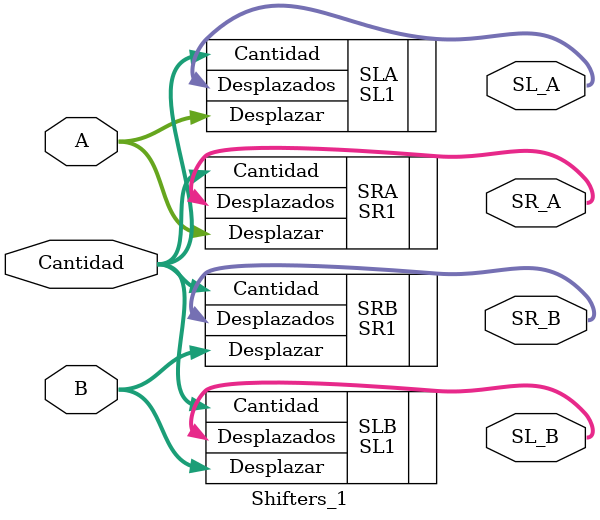
<source format=v>
module Shifters_1(
    input wire [7:0] A, B,
    input wire [1:0] Cantidad,
    output wire [7:0] SL_A, SR_A, SL_B, SR_B
);
    SL1 SLA (.Desplazar(A), .Cantidad(Cantidad), .Desplazados(SL_A));
    SR1 SRA (.Desplazar(A), .Cantidad(Cantidad), .Desplazados(SR_A));
    SL1 SLB (.Desplazar(B), .Cantidad(Cantidad), .Desplazados(SL_B));
    SR1 SRB (.Desplazar(B), .Cantidad(Cantidad), .Desplazados(SR_B));
endmodule

</source>
